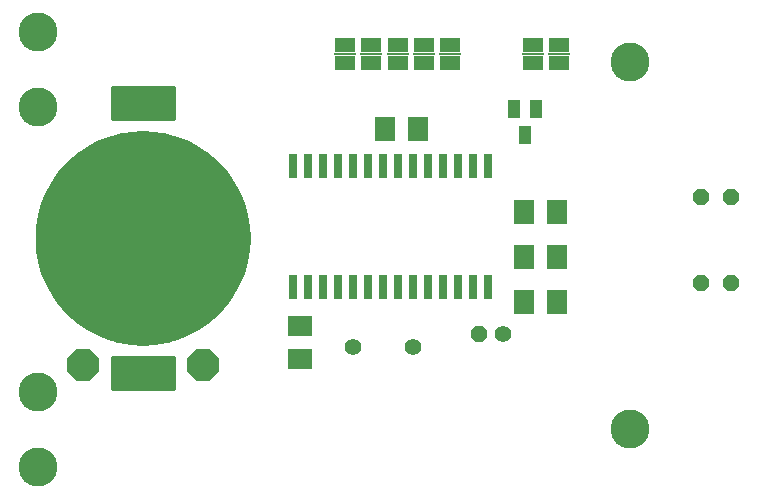
<source format=gts>
G75*
G70*
%OFA0B0*%
%FSLAX24Y24*%
%IPPOS*%
%LPD*%
%AMOC8*
5,1,8,0,0,1.08239X$1,22.5*
%
%ADD10C,0.1300*%
%ADD11C,0.0160*%
%ADD12R,0.0296X0.0840*%
%ADD13OC8,0.0560*%
%ADD14C,0.0560*%
%ADD15R,0.0670X0.0827*%
%ADD16R,0.0434X0.0591*%
%ADD17OC8,0.1040*%
%ADD18R,0.0827X0.0670*%
%ADD19R,0.0670X0.0500*%
%ADD20R,0.0720X0.0060*%
D10*
X001130Y001130D03*
X001130Y003630D03*
X001130Y013130D03*
X001130Y015630D03*
X020880Y014630D03*
X020880Y002380D03*
D11*
X007934Y007599D02*
X007783Y007236D01*
X007594Y006893D01*
X007366Y006573D01*
X007105Y006280D01*
X006812Y006019D01*
X006492Y005791D01*
X006149Y005602D01*
X005786Y005451D01*
X005409Y005343D01*
X005022Y005277D01*
X004630Y005255D01*
X004238Y005277D01*
X003851Y005343D01*
X003474Y005451D01*
X003111Y005602D01*
X002768Y005791D01*
X002448Y006019D01*
X002155Y006280D01*
X001894Y006573D01*
X001666Y006893D01*
X001477Y007236D01*
X001326Y007599D01*
X001218Y007976D01*
X001152Y008363D01*
X001130Y008755D01*
X001152Y009147D01*
X001218Y009534D01*
X001326Y009911D01*
X001477Y010274D01*
X007783Y010274D01*
X007934Y009911D01*
X008042Y009534D01*
X008108Y009147D01*
X008130Y008755D01*
X008108Y008363D01*
X008042Y007976D01*
X007934Y007599D01*
X007926Y007580D02*
X001334Y007580D01*
X001286Y007738D02*
X007974Y007738D01*
X008019Y007897D02*
X001241Y007897D01*
X001204Y008055D02*
X008056Y008055D01*
X008083Y008214D02*
X001177Y008214D01*
X001152Y008372D02*
X008108Y008372D01*
X008117Y008531D02*
X001143Y008531D01*
X001134Y008689D02*
X008126Y008689D01*
X008125Y008848D02*
X001135Y008848D01*
X001144Y009006D02*
X008116Y009006D01*
X008105Y009165D02*
X001155Y009165D01*
X001182Y009323D02*
X008078Y009323D01*
X008051Y009482D02*
X001209Y009482D01*
X001248Y009640D02*
X008012Y009640D01*
X007966Y009799D02*
X001294Y009799D01*
X001345Y009957D02*
X007915Y009957D01*
X007849Y010116D02*
X001411Y010116D01*
X001477Y010274D02*
X001666Y010617D01*
X001894Y010937D01*
X002155Y011230D01*
X002448Y011491D01*
X002768Y011719D01*
X003111Y011908D01*
X003474Y012059D01*
X003851Y012167D01*
X004238Y012233D01*
X004630Y012255D01*
X005022Y012233D01*
X005409Y012167D01*
X005786Y012059D01*
X006149Y011908D01*
X006492Y011719D01*
X006812Y011491D01*
X007105Y011230D01*
X007366Y010937D01*
X007594Y010617D01*
X007783Y010274D01*
X007696Y010433D02*
X001564Y010433D01*
X001652Y010591D02*
X007608Y010591D01*
X007500Y010750D02*
X001760Y010750D01*
X001873Y010908D02*
X007387Y010908D01*
X007251Y011067D02*
X002009Y011067D01*
X002151Y011225D02*
X007109Y011225D01*
X006933Y011384D02*
X002327Y011384D01*
X002519Y011542D02*
X006741Y011542D01*
X006518Y011701D02*
X002742Y011701D01*
X003022Y011859D02*
X006238Y011859D01*
X005885Y012018D02*
X003375Y012018D01*
X003903Y012176D02*
X005357Y012176D01*
X005630Y012755D02*
X003630Y012755D01*
X003630Y013755D01*
X005630Y013755D01*
X005630Y012755D01*
X005630Y012810D02*
X003630Y012810D01*
X003630Y012969D02*
X005630Y012969D01*
X005630Y013127D02*
X003630Y013127D01*
X003630Y013286D02*
X005630Y013286D01*
X005630Y013444D02*
X003630Y013444D01*
X003630Y013603D02*
X005630Y013603D01*
X007860Y007421D02*
X001400Y007421D01*
X001466Y007263D02*
X007794Y007263D01*
X007710Y007104D02*
X001550Y007104D01*
X001637Y006946D02*
X007623Y006946D01*
X007518Y006787D02*
X001742Y006787D01*
X001854Y006629D02*
X007406Y006629D01*
X007275Y006470D02*
X001985Y006470D01*
X002127Y006312D02*
X007133Y006312D01*
X006963Y006153D02*
X002297Y006153D01*
X002482Y005995D02*
X006778Y005995D01*
X006555Y005836D02*
X002705Y005836D01*
X002974Y005678D02*
X006286Y005678D01*
X005949Y005519D02*
X003311Y005519D01*
X003790Y005361D02*
X005470Y005361D01*
X005630Y004755D02*
X005630Y003755D01*
X003630Y003755D01*
X003630Y004755D01*
X005630Y004755D01*
X005630Y004727D02*
X003630Y004727D01*
X003630Y004568D02*
X005630Y004568D01*
X005630Y004410D02*
X003630Y004410D01*
X003630Y004251D02*
X005630Y004251D01*
X005630Y004093D02*
X003630Y004093D01*
X003630Y003934D02*
X005630Y003934D01*
X005630Y003776D02*
X003630Y003776D01*
D12*
X009630Y007123D03*
X010130Y007123D03*
X010630Y007123D03*
X011130Y007123D03*
X011630Y007123D03*
X012130Y007123D03*
X012630Y007123D03*
X013130Y007123D03*
X013630Y007123D03*
X014130Y007123D03*
X014630Y007123D03*
X015130Y007123D03*
X015630Y007123D03*
X016130Y007123D03*
X016130Y011137D03*
X015630Y011137D03*
X015130Y011137D03*
X014630Y011137D03*
X014130Y011137D03*
X013630Y011137D03*
X013130Y011137D03*
X012630Y011137D03*
X012130Y011137D03*
X011630Y011137D03*
X011130Y011137D03*
X010630Y011137D03*
X010130Y011137D03*
X009630Y011137D03*
D13*
X015855Y005568D03*
X023255Y007255D03*
X024255Y007255D03*
X024255Y010130D03*
X023255Y010130D03*
D14*
X016655Y005568D03*
X013630Y005130D03*
X011630Y005130D03*
D15*
X017329Y006630D03*
X018431Y006630D03*
X018431Y008130D03*
X017329Y008130D03*
X017329Y009630D03*
X018431Y009630D03*
X013806Y012380D03*
X012704Y012380D03*
D16*
X017006Y013063D03*
X017754Y013063D03*
X017380Y012197D03*
D17*
X004630Y011505D03*
X002630Y004505D03*
X006630Y004505D03*
D18*
X009880Y004704D03*
X009880Y005806D03*
D19*
X011380Y014580D03*
X011380Y015180D03*
X012255Y015180D03*
X012255Y014580D03*
X013130Y014580D03*
X013130Y015180D03*
X014005Y015180D03*
X014005Y014580D03*
X014880Y014580D03*
X014880Y015180D03*
X017630Y015180D03*
X017630Y014580D03*
X018505Y014580D03*
X018505Y015180D03*
D20*
X018505Y014880D03*
X017630Y014880D03*
X014880Y014880D03*
X014005Y014880D03*
X013130Y014880D03*
X012255Y014880D03*
X011380Y014880D03*
M02*

</source>
